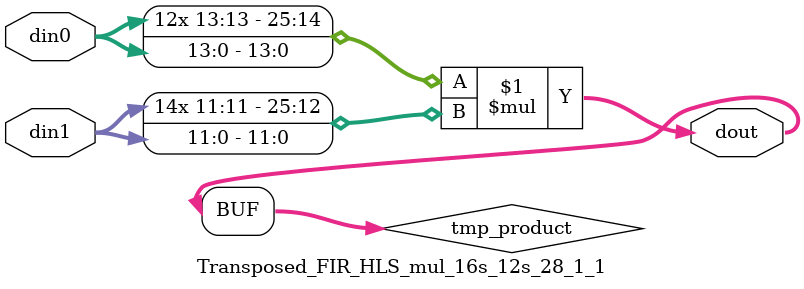
<source format=v>

`timescale 1 ns / 1 ps

 module Transposed_FIR_HLS_mul_16s_12s_28_1_1(din0, din1, dout);
parameter ID = 1;
parameter NUM_STAGE = 0;
parameter din0_WIDTH = 14;
parameter din1_WIDTH = 12;
parameter dout_WIDTH = 26;

input [din0_WIDTH - 1 : 0] din0; 
input [din1_WIDTH - 1 : 0] din1; 
output [dout_WIDTH - 1 : 0] dout;

wire signed [dout_WIDTH - 1 : 0] tmp_product;



























assign tmp_product = $signed(din0) * $signed(din1);








assign dout = tmp_product;





















endmodule

</source>
